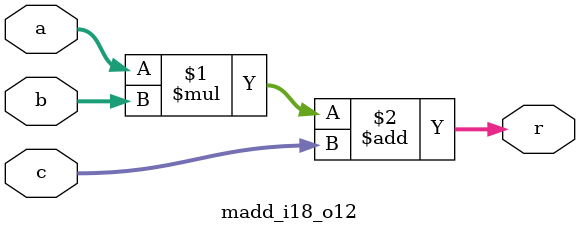
<source format=v>
module madd_i18_o12 (a, b, c, r);
input [5:0] a, b, c;
output [11:0] r;


assign r = (a * b) + c;

endmodule  

</source>
